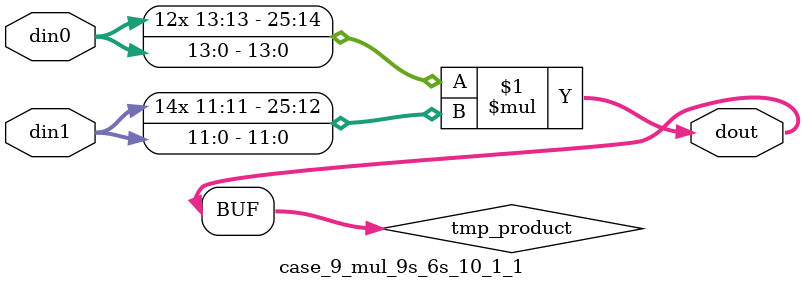
<source format=v>

`timescale 1 ns / 1 ps

 module case_9_mul_9s_6s_10_1_1(din0, din1, dout);
parameter ID = 1;
parameter NUM_STAGE = 0;
parameter din0_WIDTH = 14;
parameter din1_WIDTH = 12;
parameter dout_WIDTH = 26;

input [din0_WIDTH - 1 : 0] din0; 
input [din1_WIDTH - 1 : 0] din1; 
output [dout_WIDTH - 1 : 0] dout;

wire signed [dout_WIDTH - 1 : 0] tmp_product;



























assign tmp_product = $signed(din0) * $signed(din1);








assign dout = tmp_product;





















endmodule

</source>
